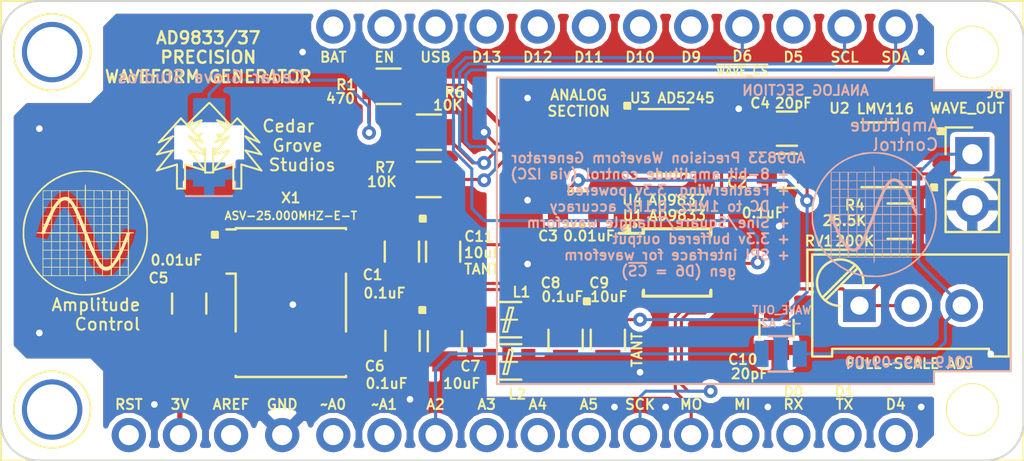
<source format=kicad_pcb>
(kicad_pcb (version 20171130) (host pcbnew "(5.0.0-rc2-dev-444-g2974a2c10)")
  (title_block (title ADSR_Waveform_Generator) (date 2019-09-09) (rev v00) (company "Cedar Grove Studios"))
  (layers (0 F.Cu signal) (31 B.Cu signal) (34 B.Paste user) (35 F.Paste user) (36 B.SilkS user) (37 F.SilkS user) (38 B.Mask user) (39 F.Mask user) (44 Edge.Cuts user))
  (net 0 "")
  (net 1 GND)
  (net 2 +3V3)
  (net 3 +3.3VA)
  (net 4 GNDA)
  (net 5 "Net-(C10-Pad1)")
  (net 6 "Net-(D1-Pad2)")
  (net 7 "Net-(J6-Pad1)")
  (net 8 /WAVE_OUT)
  (net 9 /SCLK)
  (net 10 /MOSI)
  (net 11 /~WAVE_CS)
  (net 12 /25MHZ_CLK)
  (net 13 /POT_SCL)
  (net 14 /POT_SDA)
  (net 15 "Net-(U2-Pad3)")
  (net 16 /COMP)
  (net 17 /VOUT)
  (net 18 /CAP)
  (module Housings_CSP:AD9837BCPZ-RL7 (layer F.Cu) (at 128.8288 108.2548)
    (fp_text reference U4 (at -2.2098 -3.0988) (layer F.SilkS) (effects (font (size 0.5 0.5) (thickness 0.1))))
    (fp_text value AD9837 (at 0 -3.0988) (layer F.SilkS) (effects (font (size 0.5 0.5) (thickness 0.1))))
    (pad 11 smd rect (at 0 0) (size 1.2 2.2) (layers F.Cu F.Paste F.Mask) (net 4 GNDA))
    (pad 10 smd rect (at 1.4454 -1.000001) (size 0.807999 0.2248) (layers F.Cu F.Paste F.Mask) (net 17 /VOUT))
    (pad 9 smd rect (at 1.4454 -0.499999) (size 0.807999 0.2248) (layers F.Cu F.Paste F.Mask) (net 4 GNDA))
    (pad 8 smd rect (at 1.4454 0) (size 0.807999 0.2248) (layers F.Cu F.Paste F.Mask) (net 11 /~WAVE_CS))
    (pad 7 smd rect (at 1.4454 0.499999) (size 0.807999 0.2248) (layers F.Cu F.Paste F.Mask) (net 9 /SCLK))
    (pad 6 smd rect (at 1.4454 1.000001) (size 0.807999 0.2248) (layers F.Cu F.Paste F.Mask) (net 10 /MOSI))
    (pad 5 smd rect (at -1.4454 1.000001) (size 0.807999 0.2248) (layers F.Cu F.Paste F.Mask) (net 12 /25MHZ_CLK))
    (pad 4 smd rect (at -1.4454 0.499999) (size 0.807999 0.2248) (layers F.Cu F.Paste F.Mask) (net 1 GND))
    (pad 3 smd rect (at -1.4454 0) (size 0.807999 0.2248) (layers F.Cu F.Paste F.Mask) (net 18 /CAP))
    (pad 2 smd rect (at -1.4454 -0.499999) (size 0.807999 0.2248) (layers F.Cu F.Paste F.Mask) (net 3 +3.3VA))
    (pad 1 smd rect (at -1.4454 -1.000001) (size 0.807999 0.2248) (layers F.Cu F.Paste F.Mask) (net 16 /COMP))
  )
  (module Housings_SSOP:MSOP-10_3x3mm_Pitch0.5mm (layer F.Cu) (at 128.85 108.2548)
    (fp_text reference U1 (at -2.2056 -2.3368) (layer F.SilkS) (effects (font (size 0.5 0.5) (thickness 0.1))))
    (fp_text value AD9833 (at 0.0042 -2.3368) (layer F.SilkS) (effects (font (size 0.5 0.5) (thickness 0.1))))
    (pad 1 smd rect (at -2.2 -1) (size 1.4 0.3) (layers F.Cu F.Paste F.Mask) (net 16 /COMP))
    (pad 2 smd rect (at -2.2 -0.5) (size 1.4 0.3) (layers F.Cu F.Paste F.Mask) (net 3 +3.3VA))
    (pad 3 smd rect (at -2.2 0) (size 1.4 0.3) (layers F.Cu F.Paste F.Mask) (net 18 /CAP))
    (pad 4 smd rect (at -2.2 0.5) (size 1.4 0.3) (layers F.Cu F.Paste F.Mask) (net 1 GND))
    (pad 5 smd rect (at -2.2 1) (size 1.4 0.3) (layers F.Cu F.Paste F.Mask) (net 12 /25MHZ_CLK))
    (pad 6 smd rect (at 2.2 1) (size 1.4 0.3) (layers F.Cu F.Paste F.Mask) (net 10 /MOSI))
    (pad 7 smd rect (at 2.2 0.5) (size 1.4 0.3) (layers F.Cu F.Paste F.Mask) (net 9 /SCLK))
    (pad 8 smd rect (at 2.2 0) (size 1.4 0.3) (layers F.Cu F.Paste F.Mask) (net 11 /~WAVE_CS))
    (pad 9 smd rect (at 2.2 -0.5) (size 1.4 0.3) (layers F.Cu F.Paste F.Mask) (net 4 GNDA))
    (pad 10 smd rect (at 2.2 -1) (size 1.4 0.3) (layers F.Cu F.Paste F.Mask) (net 17 /VOUT))
  )
  (module Capacitors_SMD:C_0805 (layer F.Cu) (at 104.6 110.3 270)
    (fp_text reference C5 (at -1.27 1.524) (layer F.SilkS) (effects (font (size 0.5 0.5) (thickness 0.1))))
    (fp_text value 0.01uF (at -2.159 0.635) (layer F.SilkS) (effects (font (size 0.5 0.5) (thickness 0.1))))
    (pad 2 smd rect (at 1 0 270) (size 1 1.25) (layers F.Cu F.Paste F.Mask) (net 1 GND))
    (pad 1 smd rect (at -1 0 270) (size 1 1.25) (layers F.Cu F.Paste F.Mask) (net 2 +3V3))
  )
  (module Inductors_SMD:L_0805 (layer F.Cu) (at 120.5 111.1 180)
    (fp_text reference L1 (at -0.6072 1.372 180) (layer F.SilkS) (effects (font (size 0.5 0.5) (thickness 0.1))))
    (fp_text value 0)
    (pad 1 smd rect (at -0.95 0 180) (size 0.7 1.3) (layers F.Cu F.Paste F.Mask) (net 3 +3.3VA))
    (pad 2 smd rect (at 0.95 0 180) (size 0.7 1.3) (layers F.Cu F.Paste F.Mask) (net 2 +3V3))
  )
  (module Inductors_SMD:L_0805 (layer F.Cu) (at 120.5 113.2 180)
    (fp_text reference L2 (at -0.404 -1.608 180) (layer F.SilkS) (effects (font (size 0.5 0.5) (thickness 0.1))))
    (fp_text value 0)
    (pad 2 smd rect (at 0.95 0 180) (size 0.7 1.3) (layers F.Cu F.Paste F.Mask) (net 1 GND))
    (pad 1 smd rect (at -0.95 0 180) (size 0.7 1.3) (layers F.Cu F.Paste F.Mask) (net 4 GNDA))
  )
  (module Adafruit:WAVE_GEN_LOGO (layer B.Cu) (at 138.63 105.87 180)
    (fp_text reference G*** hide)
    (fp_text value WAVE_GEN_LOGO hide)
  )
  (module Adafruit:Cedar_Grove_logo_lighted (layer F.Cu) (at 105.5916 102.4814)
    (fp_text reference D1)
    (fp_text value GRN)
    (pad 2 smd rect (at 0 -1.8) (size 1.6 1.2) (layers B.Cu B.Paste B.Mask) (net 6 "Net-(D1-Pad2)"))
    (pad 1 smd rect (at 0 1.4) (size 1.6 1.2) (layers B.Cu B.Paste B.Mask) (net 1 GND))
  )
  (module Pin_Headers:Pin_Header_Straight_1x02_Pitch2.54mm (layer F.Cu) (at 143.51 102.87)
    (fp_text reference J6 (at 1.143 -3.048) (layer F.SilkS) (effects (font (size 0.5 0.5) (thickness 0.1))))
    (fp_text value WAVE_OUT (at -0.254 -2.286) (layer F.SilkS) (effects (font (size 0.5 0.5) (thickness 0.1))))
    (pad 2 thru_hole oval (at 0 2.54) (size 1.7 1.7) (drill 1) (layers *.Cu *.Mask) (net 4 GNDA))
    (pad 1 thru_hole rect (at 0 0) (size 1.7 1.7) (drill 1) (layers *.Cu *.Mask) (net 7 "Net-(J6-Pad1)"))
  )
  (module Potentiometers:Potentiometer_Trimmer_Bourns_PV36W (layer F.Cu) (at 137.9 110.4)
    (fp_text reference RV1 (at -2.01 -3.212) (layer F.SilkS) (effects (font (size 0.5 0.5) (thickness 0.1))))
    (fp_text value 200K (at -0.232 -3.212) (layer F.SilkS) (effects (font (size 0.5 0.5) (thickness 0.1))))
    (pad 3 thru_hole circle (at 5.08 0 180) (size 1.62 1.62) (drill 0.9) (layers *.Cu *.Mask) (net 7 "Net-(J6-Pad1)"))
    (pad 2 thru_hole circle (at 2.54 0 180) (size 1.62 1.62) (drill 0.9) (layers *.Cu *.Mask) (net 5 "Net-(C10-Pad1)"))
    (pad 1 thru_hole rect (at 0 0 180) (size 1.62 1.62) (drill 0.9) (layers *.Cu *.Mask) (net 5 "Net-(C10-Pad1)"))
  )
  (module Oscillators:Oscillator_SMD_Abracon_ASV-4pin_7.0x5.1mm (layer F.Cu) (at 109.65 110.25 270)
    (fp_text reference X1 (at -5.207 0) (layer F.SilkS) (effects (font (size 0.5 0.5) (thickness 0.1))))
    (fp_text value ASV-25.000MHZ-E-T (at -4.318 0) (layer F.SilkS) (effects (font (size 0.4 0.4) (thickness 0.08))))
    (pad 4 smd rect (at -2.54 -2 270) (size 1.8 2) (layers F.Cu F.Paste F.Mask) (net 2 +3V3))
    (pad 3 smd rect (at 2.54 -2 270) (size 1.8 2) (layers F.Cu F.Paste F.Mask) (net 12 /25MHZ_CLK))
    (pad 2 smd rect (at 2.54 2 270) (size 1.8 2) (layers F.Cu F.Paste F.Mask) (net 1 GND))
    (pad 1 smd rect (at -2.54 2 270) (size 1.8 2) (layers F.Cu F.Paste F.Mask) (net 2 +3V3))
  )
  (module Adafruit:Adafruit_Feather_M4_Express_bare (layer F.Cu) (at 120.65 106.68)
    (fp_text reference M1)
    (fp_text value Feather_M4_Express)
    (fp_text user D1 (at 16.51 8.001) (layer F.SilkS) (effects (font (size 0.5 0.5) (thickness 0.1))))
    (fp_text user D0 (at 13.97 8.001) (layer F.SilkS) (effects (font (size 0.5 0.5) (thickness 0.1))))
    (fp_text user RST (at -19.05 8.636) (layer F.SilkS) (effects (font (size 0.5 0.5) (thickness 0.1))))
    (fp_text user 3V (at -16.51 8.636) (layer F.SilkS) (effects (font (size 0.5 0.5) (thickness 0.1))))
    (fp_text user AREF (at -13.97 8.636) (layer F.SilkS) (effects (font (size 0.5 0.5) (thickness 0.1))))
    (fp_text user GND (at -11.43 8.636) (layer F.SilkS) (effects (font (size 0.5 0.5) (thickness 0.1))))
    (fp_text user ~~A0 (at -8.89 8.636) (layer F.SilkS) (effects (font (size 0.5 0.5) (thickness 0.1))))
    (fp_text user ~~A1 (at -6.35 8.636) (layer F.SilkS) (effects (font (size 0.5 0.5) (thickness 0.1))))
    (fp_text user A2 (at -3.81 8.636) (layer F.SilkS) (effects (font (size 0.5 0.5) (thickness 0.1))))
    (fp_text user A4 (at 1.27 8.636) (layer F.SilkS) (effects (font (size 0.5 0.5) (thickness 0.1))))
    (fp_text user A5 (at 3.81 8.636) (layer F.SilkS) (effects (font (size 0.5 0.5) (thickness 0.1))))
    (fp_text user A3 (at -1.27 8.636) (layer F.SilkS) (effects (font (size 0.5 0.5) (thickness 0.1))))
    (fp_text user SCK (at 6.35 8.636) (layer F.SilkS) (effects (font (size 0.5 0.5) (thickness 0.1))))
    (fp_text user MI (at 11.43 8.636) (layer F.SilkS) (effects (font (size 0.5 0.5) (thickness 0.1))))
    (fp_text user MO (at 8.89 8.636) (layer F.SilkS) (effects (font (size 0.5 0.5) (thickness 0.1))))
    (fp_text user RX (at 13.97 8.636) (layer F.SilkS) (effects (font (size 0.5 0.5) (thickness 0.1))))
    (fp_text user D13 (at -1.27 -8.636) (layer F.SilkS) (effects (font (size 0.5 0.5) (thickness 0.1))))
    (fp_text user D11 (at 3.81 -8.636) (layer F.SilkS) (effects (font (size 0.5 0.5) (thickness 0.1))))
    (fp_text user D10 (at 6.35 -8.636) (layer F.SilkS) (effects (font (size 0.5 0.5) (thickness 0.1))))
    (fp_text user EN (at -6.35 -8.636) (layer F.SilkS) (effects (font (size 0.5 0.5) (thickness 0.1))))
    (fp_text user USB (at -3.81 -8.636) (layer F.SilkS) (effects (font (size 0.5 0.5) (thickness 0.1))))
    (fp_text user D12 (at 1.27 -8.636) (layer F.SilkS) (effects (font (size 0.5 0.5) (thickness 0.1))))
    (fp_text user BAT (at -8.89 -8.636) (layer F.SilkS) (effects (font (size 0.5 0.5) (thickness 0.1))))
    (fp_text user SDA (at 19.05 -8.636) (layer F.SilkS) (effects (font (size 0.5 0.5) (thickness 0.1))))
    (fp_text user SCL (at 16.51 -8.636) (layer F.SilkS) (effects (font (size 0.5 0.5) (thickness 0.1))))
    (fp_text user D6 (at 11.43 -8.6868) (layer F.SilkS) (effects (font (size 0.5 0.5) (thickness 0.1))))
    (fp_text user D9 (at 8.89 -8.636) (layer F.SilkS) (effects (font (size 0.5 0.5) (thickness 0.1))))
    (fp_text user D5 (at 13.97 -8.636) (layer F.SilkS) (effects (font (size 0.5 0.5) (thickness 0.1))))
    (fp_text user TX (at 16.51 8.636) (layer F.SilkS) (effects (font (size 0.5 0.5) (thickness 0.1))))
    (fp_text user D4 (at 19.05 8.636) (layer F.SilkS) (effects (font (size 0.5 0.5) (thickness 0.1))))
    (pad 1 thru_hole circle (at -19.05 10.16) (size 1.7 1.7) (drill 1) (layers *.Cu *.Mask))
    (pad 2 thru_hole circle (at -16.51 10.16) (size 1.7 1.7) (drill 1) (layers *.Cu *.Mask) (net 2 +3V3))
    (pad 3 thru_hole circle (at -13.97 10.16) (size 1.7 1.7) (drill 1) (layers *.Cu *.Mask))
    (pad 4 thru_hole circle (at -11.43 10.16) (size 1.7 1.7) (drill 1) (layers *.Cu *.Mask) (net 1 GND))
    (pad 5 thru_hole circle (at -8.89 10.16) (size 1.7 1.7) (drill 1) (layers *.Cu *.Mask))
    (pad 6 thru_hole circle (at -6.35 10.16) (size 1.7 1.7) (drill 1) (layers *.Cu *.Mask))
    (pad 7 thru_hole circle (at -3.81 10.16) (size 1.7 1.7) (drill 1) (layers *.Cu *.Mask) (net 8 /WAVE_OUT))
    (pad 8 thru_hole circle (at -1.27 10.16) (size 1.7 1.7) (drill 1) (layers *.Cu *.Mask))
    (pad 9 thru_hole circle (at 1.27 10.16) (size 1.7 1.7) (drill 1) (layers *.Cu *.Mask))
    (pad 10 thru_hole circle (at 3.81 10.16) (size 1.7 1.7) (drill 1) (layers *.Cu *.Mask))
    (pad 11 thru_hole circle (at 6.35 10.16) (size 1.7 1.7) (drill 1) (layers *.Cu *.Mask) (net 9 /SCLK))
    (pad 12 thru_hole circle (at 8.89 10.16) (size 1.7 1.7) (drill 1) (layers *.Cu *.Mask) (net 10 /MOSI))
    (pad 13 thru_hole circle (at 11.43 10.16) (size 1.7 1.7) (drill 1) (layers *.Cu *.Mask))
    (pad 14 thru_hole circle (at 13.97 10.16) (size 1.7 1.7) (drill 1) (layers *.Cu *.Mask))
    (pad 15 thru_hole circle (at 16.51 10.16) (size 1.7 1.7) (drill 1) (layers *.Cu *.Mask))
    (pad 16 thru_hole circle (at 19.05 10.16) (size 1.7 1.7) (drill 1) (layers *.Cu *.Mask))
    (pad 17 thru_hole circle (at -8.89 -10.16) (size 1.7 1.7) (drill 1) (layers *.Cu *.Mask))
    (pad 18 thru_hole circle (at -6.35 -10.16) (size 1.7 1.7) (drill 1) (layers *.Cu *.Mask))
    (pad 19 thru_hole circle (at -3.81 -10.16) (size 1.7 1.7) (drill 1) (layers *.Cu *.Mask))
    (pad 20 thru_hole circle (at -1.27 -10.16) (size 1.7 1.7) (drill 1) (layers *.Cu *.Mask))
    (pad 21 thru_hole circle (at 1.27 -10.16) (size 1.7 1.7) (drill 1) (layers *.Cu *.Mask))
    (pad 22 thru_hole circle (at 3.81 -10.16) (size 1.7 1.7) (drill 1) (layers *.Cu *.Mask))
    (pad 23 thru_hole circle (at 6.35 -10.16) (size 1.7 1.7) (drill 1) (layers *.Cu *.Mask))
    (pad 24 thru_hole circle (at 8.89 -10.16) (size 1.7 1.7) (drill 1) (layers *.Cu *.Mask))
    (pad 25 thru_hole circle (at 11.43 -10.16) (size 1.7 1.7) (drill 1) (layers *.Cu *.Mask) (net 11 /~WAVE_CS))
    (pad 26 thru_hole circle (at 13.97 -10.16) (size 1.7 1.7) (drill 1) (layers *.Cu *.Mask))
    (pad 27 thru_hole circle (at 16.51 -10.16) (size 1.7 1.7) (drill 1) (layers *.Cu *.Mask) (net 13 /POT_SCL))
    (pad 28 thru_hole circle (at 19.05 -10.16) (size 1.7 1.7) (drill 1) (layers *.Cu *.Mask) (net 14 /POT_SDA))
    (pad "" np_thru_hole circle (at 22.86 -8.89) (size 2.5 2.5) (drill 2.5) (layers *.Cu *.Mask))
    (pad "" np_thru_hole circle (at 22.86 8.89) (size 2.5 2.5) (drill 2.5) (layers *.Cu *.Mask))
    (pad "" thru_hole circle (at -22.86 8.89) (size 3 3) (drill 2.5) (layers *.Cu *.Mask))
    (pad "" thru_hole circle (at -22.86 -8.89) (size 3 3) (drill 2.5) (layers *.Cu *.Mask))
  )
  (module Capacitors_SMD:C_0805 (layer F.Cu) (at 115.167927 107.714025 270)
    (fp_text reference C1 (at 1.150375 1.452127 180) (layer F.SilkS) (effects (font (size 0.5 0.5) (thickness 0.1))))
    (fp_text value 0.1uF (at 2.064775 0.867927) (layer F.SilkS) (effects (font (size 0.5 0.5) (thickness 0.1))))
    (pad 1 smd rect (at -1 0 270) (size 1 1.25) (layers F.Cu F.Paste F.Mask) (net 18 /CAP))
    (pad 2 smd rect (at 1 0 270) (size 1 1.25) (layers F.Cu F.Paste F.Mask) (net 1 GND))
  )
  (module Capacitors_SMD:C_0805 (layer F.Cu) (at 134.3 103.7 180)
    (fp_text reference C2 (at 2.474 -0.567 180) (layer F.SilkS) (effects (font (size 0.5 0.5) (thickness 0.1))))
    (fp_text value 0.1uF (at 1.204 -2.091 180) (layer F.SilkS) (effects (font (size 0.5 0.5) (thickness 0.1))))
    (pad 2 smd rect (at 1 0 180) (size 1 1.25) (layers F.Cu F.Paste F.Mask) (net 4 GNDA))
    (pad 1 smd rect (at -1 0 180) (size 1 1.25) (layers F.Cu F.Paste F.Mask) (net 3 +3.3VA))
  )
  (module Capacitors_SMD:C_0805 (layer F.Cu) (at 123.9266 105.5624)
    (fp_text reference C3 (at -1.4986 1.3716 -180) (layer F.SilkS) (effects (font (size 0.5 0.5) (thickness 0.1))))
    (fp_text value 0.01uF (at 0.5334 1.3716 -180) (layer F.SilkS) (effects (font (size 0.5 0.5) (thickness 0.1))))
    (pad 1 smd rect (at -1 0) (size 1 1.25) (layers F.Cu F.Paste F.Mask) (net 3 +3.3VA))
    (pad 2 smd rect (at 1 0) (size 1 1.25) (layers F.Cu F.Paste F.Mask) (net 16 /COMP))
  )
  (module Capacitors_SMD:C_0805 (layer F.Cu) (at 134.3 101.6)
    (fp_text reference C4 (at -1.331 -1.27) (layer F.SilkS) (effects (font (size 0.5 0.5) (thickness 0.1))))
    (fp_text value 20pF (at 0.32 -1.27) (layer F.SilkS) (effects (font (size 0.5 0.5) (thickness 0.1))))
    (pad 1 smd rect (at -1 0) (size 1 1.25) (layers F.Cu F.Paste F.Mask) (net 17 /VOUT))
    (pad 2 smd rect (at 1 0) (size 1 1.25) (layers F.Cu F.Paste F.Mask) (net 4 GNDA))
  )
  (module Capacitors_SMD:C_0805 (layer F.Cu) (at 117.304804 112.174218 270)
    (fp_text reference C7 (at 1.236782 -1.262396) (layer F.SilkS) (effects (font (size 0.5 0.5) (thickness 0.1))))
    (fp_text value 10uF (at 2.100382 -0.830596) (layer F.SilkS) (effects (font (size 0.5 0.5) (thickness 0.1))))
    (pad 1 smd rect (at -1 0 270) (size 1 1.25) (layers F.Cu F.Paste F.Mask) (net 2 +3V3))
    (pad 2 smd rect (at 1 0 270) (size 1 1.25) (layers F.Cu F.Paste F.Mask) (net 1 GND))
  )
  (module Capacitors_SMD:C_0805 (layer F.Cu) (at 125.4 112.099 270)
    (fp_text reference C9 (at -2.8282 0.432) (layer F.SilkS) (effects (font (size 0.5 0.5) (thickness 0.1))))
    (fp_text value 10uF (at -2.1424 -0.0506) (layer F.SilkS) (effects (font (size 0.5 0.5) (thickness 0.1))))
    (pad 2 smd rect (at 1 0 270) (size 1 1.25) (layers F.Cu F.Paste F.Mask) (net 4 GNDA))
    (pad 1 smd rect (at -1 0 270) (size 1 1.25) (layers F.Cu F.Paste F.Mask) (net 3 +3.3VA))
  )
  (module Capacitors_SMD:C_0805 (layer F.Cu) (at 133.7818 111.6076 270)
    (fp_text reference C10 (at 1.4732 1.6764) (layer F.SilkS) (effects (font (size 0.5 0.5) (thickness 0.1))))
    (fp_text value 20pF (at 2.1844 1.3462) (layer F.SilkS) (effects (font (size 0.5 0.5) (thickness 0.1))))
    (pad 2 smd rect (at 1 0 270) (size 1 1.25) (layers F.Cu F.Paste F.Mask) (net 4 GNDA))
    (pad 1 smd rect (at -1 0 270) (size 1 1.25) (layers F.Cu F.Paste F.Mask) (net 5 "Net-(C10-Pad1)"))
  )
  (module Capacitors_SMD:C_0805 (layer F.Cu) (at 117.217127 107.718632 270)
    (fp_text reference C11 (at -0.759232 -1.781873) (layer F.SilkS) (effects (font (size 0.5 0.5) (thickness 0.1))))
    (fp_text value 10uF (at 0.053568 -1.959673) (layer F.SilkS) (effects (font (size 0.5 0.5) (thickness 0.1))))
    (pad 2 smd rect (at 1 0 270) (size 1 1.25) (layers F.Cu F.Paste F.Mask) (net 1 GND))
    (pad 1 smd rect (at -1 0 270) (size 1 1.25) (layers F.Cu F.Paste F.Mask) (net 18 /CAP))
  )
  (module Resistors_SMD:R_0805 (layer F.Cu) (at 114.5032 99.4918)
    (fp_text reference R1 (at -2.1082 -0.0762 -180) (layer F.SilkS) (effects (font (size 0.5 0.5) (thickness 0.1))))
    (fp_text value 470 (at -2.3876 0.6096 -180) (layer F.SilkS) (effects (font (size 0.5 0.5) (thickness 0.1))))
    (pad 1 smd rect (at -0.95 0) (size 0.7 1.3) (layers F.Cu F.Paste F.Mask) (net 6 "Net-(D1-Pad2)"))
    (pad 2 smd rect (at 0.95 0) (size 0.7 1.3) (layers F.Cu F.Paste F.Mask) (net 2 +3V3))
  )
  (module Resistors_SMD:R_0805 (layer F.Cu) (at 139.9 106.2 180)
    (fp_text reference R4 (at 2.232 0.79) (layer F.SilkS) (effects (font (size 0.5 0.5) (thickness 0.1))))
    (fp_text value 25.5K (at 2.74 0.028) (layer F.SilkS) (effects (font (size 0.5 0.5) (thickness 0.1))))
    (pad 2 smd rect (at 0.95 0 180) (size 0.7 1.3) (layers F.Cu F.Paste F.Mask) (net 5 "Net-(C10-Pad1)"))
    (pad 1 smd rect (at -0.95 0 180) (size 0.7 1.3) (layers F.Cu F.Paste F.Mask) (net 4 GNDA))
  )
  (module Resistors_SMD:R_0805 (layer B.Cu) (at 133.985 112.8014)
    (fp_text reference R5 hide)
    (fp_text value 0)
    (pad 2 smd rect (at 0.95 0) (size 0.7 1.3) (layers B.Cu B.Paste B.Mask) (net 7 "Net-(J6-Pad1)"))
    (pad 1 smd rect (at -0.95 0) (size 0.7 1.3) (layers B.Cu B.Paste B.Mask) (net 8 /WAVE_OUT))
  )
  (module Capacitors_SMD:C_0805 (layer F.Cu) (at 123.3 112.099 270)
    (fp_text reference C8 (at -2.8282 0.745) (layer F.SilkS) (effects (font (size 0.5 0.5) (thickness 0.1))))
    (fp_text value 0.1uF (at -2.1424 0.1608) (layer F.SilkS) (effects (font (size 0.5 0.5) (thickness 0.1))))
    (pad 2 smd rect (at 1 0 270) (size 1 1.25) (layers F.Cu F.Paste F.Mask) (net 4 GNDA))
    (pad 1 smd rect (at -1 0 270) (size 1 1.25) (layers F.Cu F.Paste F.Mask) (net 3 +3.3VA))
  )
  (module TO_SOT_Packages_SMD:SOT-23-5_HandSoldering (layer F.Cu) (at 138.9 102.9 180)
    (fp_text reference U2 (at 1.994 2.316 180) (layer F.SilkS) (effects (font (size 0.5 0.5) (thickness 0.1))))
    (fp_text value LMV116 (at -0.292 2.286 180) (layer F.SilkS) (effects (font (size 0.5 0.5) (thickness 0.1))))
    (pad 5 smd rect (at 1.35 -0.95 180) (size 1.56 0.65) (layers F.Cu F.Paste F.Mask) (net 3 +3.3VA))
    (pad 4 smd rect (at 1.35 0.95 180) (size 1.56 0.65) (layers F.Cu F.Paste F.Mask) (net 5 "Net-(C10-Pad1)"))
    (pad 3 smd rect (at -1.35 0.95 180) (size 1.56 0.65) (layers F.Cu F.Paste F.Mask) (net 15 "Net-(U2-Pad3)"))
    (pad 2 smd rect (at -1.35 0 180) (size 1.56 0.65) (layers F.Cu F.Paste F.Mask) (net 4 GNDA))
    (pad 1 smd rect (at -1.35 -0.95 180) (size 1.56 0.65) (layers F.Cu F.Paste F.Mask) (net 7 "Net-(J6-Pad1)"))
  )
  (module Adafruit:WAVE_GEN_LOGO (layer F.Cu) (at 99.441 106.7816)
    (fp_text reference G*** hide)
    (fp_text value WAVE_GEN_LOGO hide)
  )
  (module Resistors_SMD:R_0805 (layer F.Cu) (at 116.511207 101.7764 180)
    (fp_text reference R6 (at -1.268593 1.9798 180) (layer F.SilkS) (effects (font (size 0.5 0.5) (thickness 0.1))))
    (fp_text value 10K (at -0.938393 1.3448 180) (layer F.SilkS) (effects (font (size 0.5 0.5) (thickness 0.1))))
    (pad 1 smd rect (at -0.95 0 180) (size 0.7 1.3) (layers F.Cu F.Paste F.Mask) (net 13 /POT_SCL))
    (pad 2 smd rect (at 0.95 0 180) (size 0.7 1.3) (layers F.Cu F.Paste F.Mask) (net 2 +3V3))
  )
  (module Resistors_SMD:R_0805 (layer F.Cu) (at 116.4974 104.1264 180)
    (fp_text reference R7 (at 2.172 0.596 180) (layer F.SilkS) (effects (font (size 0.5 0.5) (thickness 0.1))))
    (fp_text value 10K (at 2.3244 -0.1152 180) (layer F.SilkS) (effects (font (size 0.5 0.5) (thickness 0.1))))
    (pad 2 smd rect (at 0.95 0 180) (size 0.7 1.3) (layers F.Cu F.Paste F.Mask) (net 2 +3V3))
    (pad 1 smd rect (at -0.95 0 180) (size 0.7 1.3) (layers F.Cu F.Paste F.Mask) (net 14 /POT_SDA))
  )
  (module TO_SOT_Packages_SMD:SOT-23-8 (layer F.Cu) (at 128.4986 102.235)
    (fp_text reference U3 (at -1.4986 -2.159 180) (layer F.SilkS) (effects (font (size 0.5 0.5) (thickness 0.1))))
    (fp_text value AD5245 (at 0.7874 -2.159) (layer F.SilkS) (effects (font (size 0.5 0.5) (thickness 0.1))))
    (pad 8 smd rect (at 1.1 -0.98) (size 1.06 0.4) (layers F.Cu F.Paste F.Mask) (net 17 /VOUT))
    (pad 7 smd rect (at 1.1 -0.33) (size 1.06 0.4) (layers F.Cu F.Paste F.Mask) (net 4 GNDA))
    (pad 6 smd rect (at 1.1 0.33) (size 1.06 0.4) (layers F.Cu F.Paste F.Mask) (net 1 GND))
    (pad 5 smd rect (at 1.1 0.98) (size 1.06 0.4) (layers F.Cu F.Paste F.Mask) (net 14 /POT_SDA))
    (pad 4 smd rect (at -1.1 0.98) (size 1.06 0.4) (layers F.Cu F.Paste F.Mask) (net 13 /POT_SCL))
    (pad 3 smd rect (at -1.1 0.33) (size 1.06 0.4) (layers F.Cu F.Paste F.Mask) (net 1 GND))
    (pad 2 smd rect (at -1.1 -0.33) (size 1.06 0.4) (layers F.Cu F.Paste F.Mask) (net 2 +3V3))
    (pad 1 smd rect (at -1.1 -0.98) (size 1.06 0.4) (layers F.Cu F.Paste F.Mask) (net 15 "Net-(U2-Pad3)"))
  )
  (module Capacitors_SMD:C_0805 (layer F.Cu) (at 115.2 112.15 270)
    (fp_text reference C6 (at 1.261 1.3826) (layer F.SilkS) (effects (font (size 0.5 0.5) (thickness 0.1))))
    (fp_text value 0.1uF (at 2.1246 0.7984) (layer F.SilkS) (effects (font (size 0.5 0.5) (thickness 0.1))))
    (pad 2 smd rect (at 1 0 270) (size 1 1.25) (layers F.Cu F.Paste F.Mask) (net 1 GND))
    (pad 1 smd rect (at -1 0 270) (size 1 1.25) (layers F.Cu F.Paste F.Mask) (net 2 +3V3))
  )
  (module Adafruit:WAVE_GEN_SINE_LOGO (layer F.Cu) (at 99.441 106.807)
    (fp_text reference G*** hide)
    (fp_text value SINE hide)
  )
  (gr_line (start 119.888 114.3) (end 123.19 114.3) (layer B.SilkS) (width 0.1))
  (gr_line (start 145.415 99.695) (end 145.288 99.695) (layer F.SilkS) (width 0.1))
  (gr_line (start 141.605 113.665) (end 141.605 114.3) (layer F.SilkS) (width 0.1))
  (gr_line (start 145.415 113.665) (end 141.605 113.665) (layer F.SilkS) (width 0.1))
  (gr_line (start 141.605 99.695) (end 144.145 99.695) (layer F.SilkS) (width 0.1))
  (gr_line (start 141.605 99.06) (end 141.605 99.695) (layer F.SilkS) (width 0.1))
  (gr_line (start 141.605 99.695) (end 141.605 99.06) (layer B.SilkS) (width 0.1))
  (gr_line (start 145.415 99.695) (end 141.605 99.695) (layer B.SilkS) (width 0.1))
  (gr_line (start 141.605 113.665) (end 145.415 113.665) (layer B.SilkS) (width 0.1))
  (gr_line (start 141.605 114.3) (end 141.605 113.665) (layer B.SilkS) (width 0.1))
  (gr_poly (pts (xy 124.2314 110.3122) (xy 124.2314 110.0622) (xy 124.4814 110.0622) (xy 124.4814 110.3122)) (layer F.SilkS) (width 0.15))
  (gr_text "Amplitude\nControl" (at 141.88 101.91) (layer B.SilkS) (effects (font (size 0.6 0.6) (thickness 0.1)) (justify left mirror)))
  (gr_line (start 120.7 112.6) (end 120.5 112.6) (layer F.SilkS) (width 0.1))
  (gr_line (start 120.4 113.8) (end 120.7 112.6) (layer F.SilkS) (width 0.1))
  (gr_line (start 120.2 113.8) (end 120.4 113.8) (layer F.SilkS) (width 0.1))
  (gr_line (start 120.9 113.2) (end 120.1 113.2) (layer F.SilkS) (width 0.1))
  (gr_line (start 120.5 112.6) (end 120.2 113.8) (layer F.SilkS) (width 0.1))
  (gr_line (start 120.9 111.1) (end 120.1 111.1) (layer F.SilkS) (width 0.1))
  (gr_line (start 120.7 110.5) (end 120.5 110.5) (layer F.SilkS) (width 0.1))
  (gr_line (start 120.4 111.7) (end 120.7 110.5) (layer F.SilkS) (width 0.1))
  (gr_line (start 120.2 111.7) (end 120.4 111.7) (layer F.SilkS) (width 0.1))
  (gr_line (start 120.5 110.5) (end 120.2 111.7) (layer F.SilkS) (width 0.1))
  (gr_text "Amplitude\nControl" (at 102.235 110.8456) (layer F.SilkS) (effects (font (size 0.6 0.6) (thickness 0.1)) (justify right)))
  (gr_text "WAVE_OUT\n-> A2" (at 134.0358 110.9472) (layer B.SilkS) (effects (font (size 0.4 0.4) (thickness 0.08)) (justify mirror)))
  (gr_poly (pts (xy 105.75 107) (xy 105.75 106.75) (xy 106 106.75) (xy 106 107)) (layer F.SilkS) (width 0.15))
  (gr_poly (pts (xy 126.238 100.584) (xy 126.238 100.334) (xy 126.488 100.334) (xy 126.488 100.584)) (layer F.SilkS) (width 0.15))
  (gr_poly (pts (xy 126.238 106.676) (xy 126.238 106.426) (xy 126.488 106.426) (xy 126.488 106.676)) (layer F.SilkS) (width 0.15))
  (gr_poly (pts (xy 141.482 104.644) (xy 141.482 104.394) (xy 141.732 104.394) (xy 141.732 104.644)) (layer F.SilkS) (width 0.15))
  (gr_poly (pts (xy 116.078 106.1974) (xy 116.078 105.9474) (xy 116.328 105.9474) (xy 116.328 106.1974)) (layer F.SilkS) (width 0.15))
  (gr_poly (pts (xy 116.0566 110.744) (xy 116.0566 110.494) (xy 116.3066 110.494) (xy 116.3066 110.744)) (layer F.SilkS) (width 0.15))
  (gr_poly (pts (xy 141.8 101.85) (xy 141.8 101.6) (xy 142.05 101.6) (xy 142.05 101.85)) (layer F.SilkS) (width 0.15))
  (gr_text TANT (at 119.126 108.585) (layer F.SilkS) (effects (font (size 0.5 0.5) (thickness 0.1))))
  (gr_text TANT (at 126.8476 112.5982 90) (layer F.SilkS) (effects (font (size 0.5 0.5) (thickness 0.1))))
  (gr_text "Cedar Grove Studios" (at 105.67 99.03) (layer B.SilkS) (effects (font (size 0.6 0.6) (thickness 0.1)) (justify mirror)))
  (gr_text "AD9833 Precision Waveform Generator\n  + 8-bit amplitude control (via I2C)\n  + FeatherWing, 3.3v powered\n  + DC to 1MHz, 0.1Hz accuracy\n  + Sine/Square/Triangle waveform\n  + 3.3v buffered output\n  + SPI interface for waveform\n         gen (D6 = ~CS~)" (at 135.27 105.87) (layer B.SilkS) (effects (font (size 0.5 0.5) (thickness 0.1)) (justify left mirror)))
  (gr_text 2019-09-09v00 (at 140.37 113.22) (layer B.SilkS) (effects (font (size 0.5 0.5) (thickness 0.1)) (justify mirror)))
  (gr_text "Cedar\n  Grove\n   Studios" (at 109.5248 102.4382) (layer F.SilkS) (effects (font (size 0.6 0.6) (thickness 0.1))))
  (gr_arc (start 97.155 97.155) (end 97.155 95.25) (angle -90) (layer Edge.Cuts) (width 0.1))
  (gr_arc (start 97.155 116.205) (end 95.25 116.205) (angle -90) (layer Edge.Cuts) (width 0.1))
  (gr_arc (start 144.145 116.205) (end 144.145 118.11) (angle -90) (layer Edge.Cuts) (width 0.1))
  (gr_arc (start 144.145 97.155) (end 146.05 97.155) (angle -90) (layer Edge.Cuts) (width 0.1))
  (gr_text "ANALOG SECTION" (at 138.43 99.695) (layer B.SilkS) (effects (font (size 0.5 0.5) (thickness 0.1)) (justify left mirror)))
  (gr_text "ANALOG\nSECTION" (at 123.952 100.33) (layer F.SilkS) (effects (font (size 0.5 0.5) (thickness 0.1))))
  (gr_line (start 119.888 99.06) (end 119.888 114.3) (layer B.SilkS) (width 0.1))
  (gr_line (start 141.605 99.06) (end 119.888 99.06) (layer B.SilkS) (width 0.1))
  (gr_line (start 145.415 113.665) (end 145.415 99.695) (layer B.SilkS) (width 0.1))
  (gr_line (start 123.19 114.3) (end 141.605 114.3) (layer B.SilkS) (width 0.1))
  (gr_line (start 141.605 99.06) (end 119.888 99.06) (layer F.SilkS) (width 0.1))
  (gr_line (start 145.415 113.665) (end 145.415 99.695) (layer F.SilkS) (width 0.1))
  (gr_line (start 119.888 114.3) (end 141.605 114.3) (layer F.SilkS) (width 0.1))
  (gr_line (start 119.888 99.05) (end 119.888 109.728) (layer F.SilkS) (width 0.1))
  (gr_text "FULL-SCALE ADJ" (at 137.16 113.284) (layer F.SilkS) (effects (font (size 0.5 0.5) (thickness 0.1)) (justify left)))
  (gr_text ~WAVE_CS (at 132.08 98.7298) (layer F.SilkS) (effects (font (size 0.4 0.4) (thickness 0.08))))
  (gr_text "AD9833/37\nPRECISION\nWAVEFORM GENERATOR" (at 105.55 98.05) (layer F.SilkS) (effects (font (size 0.6 0.6) (thickness 0.12))))
  (gr_line (start 95.25 116.205) (end 95.25 97.155) (layer Edge.Cuts) (width 0.1))
  (gr_line (start 144.145 118.11) (end 97.155 118.11) (layer Edge.Cuts) (width 0.1))
  (gr_line (start 146.05 97.155) (end 146.05 116.205) (layer Edge.Cuts) (width 0.1))
  (gr_line (start 97.155 95.25) (end 144.145 95.25) (layer Edge.Cuts) (width 0.1))
  (via (at 109.75 110.35) (size 0.6858) (drill 0.3302) (layers F.Cu B.Cu) (net 1))
  (via (at 119.253 101.7778) (size 0.6858) (drill 0.3302) (layers F.Cu B.Cu) (net 1))
  (via (at 97.155 101.6) (size 0.6858) (drill 0.3302) (layers F.Cu B.Cu) (net 1))
  (via (at 97.155 111.76) (size 0.6858) (drill 0.3302) (layers F.Cu B.Cu) (net 1))
  (via (at 102.87 115.316) (size 0.6858) (drill 0.3302) (layers F.Cu B.Cu) (net 1))
  (via (at 140.97 97.79) (size 0.6858) (drill 0.3302) (layers F.Cu B.Cu) (net 1))
  (via (at 128.27 115.443) (size 0.6858) (drill 0.3302) (layers F.Cu B.Cu) (net 1))
  (via (at 115.57 115.062) (size 0.6858) (drill 0.3302) (layers F.Cu B.Cu) (net 1))
  (via (at 110.236 97.79) (size 0.6858) (drill 0.3302) (layers F.Cu B.Cu) (net 1))
  (segment (start 117.994527 108.718632) (end 117.217127 108.718632) (width 0.1524) (layer F.Cu) (net 1))
  (segment (start 118.4656 109.189705) (end 117.994527 108.718632) (width 0.1524) (layer F.Cu) (net 1))
  (segment (start 118.4656 109.2962) (end 118.4656 109.189705) (width 0.1524) (layer F.Cu) (net 1))
  (via (at 125.73 115.443) (size 0.6858) (drill 0.3302) (layers F.Cu B.Cu) (net 1))
  (via (at 140.97 115.443) (size 0.6858) (drill 0.3302) (layers F.Cu B.Cu) (net 1))
  (segment (start 119.837409 102.362209) (end 119.253 101.7778) (width 0.1524) (layer F.Cu) (net 1))
  (segment (start 126.2888 102.36221) (end 119.837409 102.362209) (width 0.1524) (layer F.Cu) (net 1))
  (segment (start 127.3986 102.565) (end 126.49159 102.565) (width 0.1524) (layer F.Cu) (net 1))
  (segment (start 126.49159 102.565) (end 126.2888 102.36221) (width 0.1524) (layer F.Cu) (net 1))
  (segment (start 128.081 102.565) (end 129.5986 102.565) (width 0.1524) (layer F.Cu) (net 1))
  (segment (start 127.3986 102.565) (end 128.081 102.565) (width 0.1524) (layer F.Cu) (net 1))
  (via (at 133.35 115.443) (size 0.6858) (drill 0.3302) (layers F.Cu B.Cu) (net 1))
  (segment (start 117.330586 113.2) (end 117.304804 113.174218) (width 0.1524) (layer F.Cu) (net 1))
  (segment (start 119.55 113.2) (end 117.330586 113.2) (width 0.1524) (layer F.Cu) (net 1))
  (segment (start 125.2562 109.2962) (end 124.7648 109.2962) (width 0.1524) (layer F.Cu) (net 1))
  (segment (start 125.7976 108.7548) (end 125.2562 109.2962) (width 0.1524) (layer F.Cu) (net 1))
  (segment (start 126.65 108.7548) (end 125.7976 108.7548) (width 0.1524) (layer F.Cu) (net 1))
  (segment (start 124.7648 109.2962) (end 118.4656 109.2962) (width 0.1524) (layer F.Cu) (net 1))
  (segment (start 126.650001 108.754799) (end 126.65 108.7548) (width 0.1524) (layer F.Cu) (net 1))
  (segment (start 127.3834 108.754799) (end 126.650001 108.754799) (width 0.1524) (layer F.Cu) (net 1))
  (segment (start 111.65 107.71) (end 107.65 107.71) (width 0.254) (layer F.Cu) (net 2))
  (segment (start 104.6 108.45) (end 104.6 109.3) (width 0.254) (layer F.Cu) (net 2))
  (segment (start 105.34 107.71) (end 104.6 108.45) (width 0.254) (layer F.Cu) (net 2))
  (segment (start 104.14 116.84) (end 104.14 115.637919) (width 0.254) (layer F.Cu) (net 2))
  (segment (start 104.14 116.84) (end 104.14 113.59) (width 0.254) (layer F.Cu) (net 2))
  (segment (start 104.14 113.59) (end 103.1 112.55) (width 0.254) (layer F.Cu) (net 2))
  (segment (start 103.1 112.55) (end 103.1 108.5) (width 0.254) (layer F.Cu) (net 2))
  (segment (start 103.89 107.71) (end 105.5 107.71) (width 0.254) (layer F.Cu) (net 2))
  (segment (start 103.1 108.5) (end 103.89 107.71) (width 0.254) (layer F.Cu) (net 2))
  (segment (start 107.65 107.71) (end 105.5 107.71) (width 0.254) (layer F.Cu) (net 2))
  (segment (start 105.5 107.71) (end 105.34 107.71) (width 0.254) (layer F.Cu) (net 2))
  (segment (start 114.321 111.15) (end 115.2 111.15) (width 0.254) (layer F.Cu) (net 2))
  (segment (start 113.8 111.671) (end 114.321 111.15) (width 0.254) (layer F.Cu) (net 2))
  (segment (start 113.8 114.2) (end 113.8 111.671) (width 0.254) (layer F.Cu) (net 2))
  (segment (start 113.25 114.75) (end 113.8 114.2) (width 0.254) (layer F.Cu) (net 2))
  (segment (start 105.3 114.75) (end 113.25 114.75) (width 0.254) (layer F.Cu) (net 2))
  (segment (start 104.14 113.59) (end 105.3 114.75) (width 0.254) (layer F.Cu) (net 2))
  (segment (start 117.280586 111.15) (end 117.304804 111.174218) (width 0.254) (layer F.Cu) (net 2))
  (segment (start 115.2 111.15) (end 117.280586 111.15) (width 0.254) (layer F.Cu) (net 2))
  (segment (start 119.475782 111.174218) (end 119.55 111.1) (width 0.254) (layer F.Cu) (net 2))
  (segment (start 117.304804 111.174218) (end 119.475782 111.174218) (width 0.254) (layer F.Cu) (net 2))
  (segment (start 115.5474 101.790207) (end 115.561207 101.7764) (width 0.254) (layer F.Cu) (net 2))
  (segment (start 115.5474 104.1264) (end 115.5474 101.790207) (width 0.254) (layer F.Cu) (net 2))
  (segment (start 115.561207 101.7764) (end 115.561207 101.4764) (width 0.254) (layer F.Cu) (net 2))
  (segment (start 113.472 107.2032) (end 113.472 106.7816) (width 0.254) (layer F.Cu) (net 2))
  (segment (start 112.9652 107.71) (end 113.472 107.2032) (width 0.254) (layer F.Cu) (net 2))
  (segment (start 111.65 107.71) (end 112.9652 107.71) (width 0.254) (layer F.Cu) (net 2))
  (segment (start 113.472 106.9592) (end 113.472 106.7816) (width 0.254) (layer F.Cu) (net 2))
  (segment (start 113.472 106.7816) (end 113.472 105.0696) (width 0.254) (layer F.Cu) (net 2))
  (segment (start 114.4152 104.1264) (end 115.5474 104.1264) (width 0.254) (layer F.Cu) (net 2))
  (segment (start 113.472 105.0696) (end 114.4152 104.1264) (width 0.254) (layer F.Cu) (net 2))
  (segment (start 115.561207 99.599807) (end 115.4532 99.4918) (width 0.254) (layer F.Cu) (net 2))
  (segment (start 115.561207 101.7764) (end 115.561207 99.599807) (width 0.254) (layer F.Cu) (net 2))
  (segment (start 118.1862 99.4918) (end 115.4532 99.4918) (width 0.254) (layer F.Cu) (net 2))
  (segment (start 118.1862 99.515764) (end 118.1862 99.4918) (width 0.254) (layer F.Cu) (net 2))
  (segment (start 120.575436 101.905) (end 118.1862 99.515764) (width 0.254) (layer F.Cu) (net 2))
  (segment (start 127.3986 101.905) (end 120.575436 101.905) (width 0.254) (layer F.Cu) (net 2))
  (segment (start 124.6226 111.099) (end 123.3 111.099) (width 0.1524) (layer F.Cu) (net 3))
  (segment (start 125.4 111.099) (end 124.6226 111.099) (width 0.1524) (layer F.Cu) (net 3))
  (segment (start 121.451 111.099) (end 121.45 111.1) (width 0.1524) (layer F.Cu) (net 3))
  (segment (start 123.3 111.099) (end 121.451 111.099) (width 0.1524) (layer F.Cu) (net 3))
  (segment (start 137.4 103.7) (end 137.55 103.85) (width 0.1524) (layer F.Cu) (net 3))
  (segment (start 135.3 103.7) (end 137.4 103.7) (width 0.1524) (layer F.Cu) (net 3))
  (segment (start 125.4 111.099) (end 126.1774 111.099) (width 0.1524) (layer F.Cu) (net 3))
  (via (at 123.9266 104.1654) (size 0.6858) (drill 0.3302) (layers F.Cu B.Cu) (net 3))
  (segment (start 135.3 105.1814) (end 135.3 103.7) (width 0.1524) (layer F.Cu) (net 3))
  (via (at 135.3 105.1814) (size 0.6858) (drill 0.3302) (layers F.Cu B.Cu) (net 3))
  (segment (start 134.284 104.1654) (end 135.3 105.1814) (width 0.1524) (layer B.Cu) (net 3))
  (segment (start 123.9266 104.1654) (end 134.284 104.1654) (width 0.1524) (layer B.Cu) (net 3))
  (segment (start 123.583701 104.508299) (end 123.9266 104.1654) (width 0.1524) (layer F.Cu) (net 3))
  (segment (start 122.9266 105.1654) (end 123.583701 104.508299) (width 0.1524) (layer F.Cu) (net 3))
  (segment (start 122.9266 105.5624) (end 122.9266 105.1654) (width 0.1524) (layer F.Cu) (net 3))
  (segment (start 125.4 111.099) (end 126.9994 111.099) (width 0.1524) (layer F.Cu) (net 3))
  (segment (start 126.9994 111.099) (end 126.9994 111.099) (width 0.1524) (layer F.Cu) (net 3))
  (via (at 126.9994 111.099) (size 0.6858) (drill 0.3302) (layers F.Cu B.Cu) (net 3))
  (segment (start 127.484333 111.099) (end 127.484933 111.0996) (width 0.1524) (layer B.Cu) (net 3))
  (segment (start 126.9994 111.099) (end 127.484333 111.099) (width 0.1524) (layer B.Cu) (net 3))
  (segment (start 127.484933 111.0996) (end 133.9342 111.0996) (width 0.1524) (layer B.Cu) (net 3))
  (segment (start 135.3 109.7338) (end 135.3 105.1814) (width 0.1524) (layer B.Cu) (net 3))
  (segment (start 133.9342 111.0996) (end 135.3 109.7338) (width 0.1524) (layer B.Cu) (net 3))
  (segment (start 126.650001 107.754801) (end 126.65 107.7548) (width 0.1524) (layer F.Cu) (net 3))
  (segment (start 127.3834 107.754801) (end 126.650001 107.754801) (width 0.1524) (layer F.Cu) (net 3))
  (segment (start 122.9266 106.689) (end 122.9266 105.5624) (width 0.1524) (layer F.Cu) (net 3))
  (segment (start 123.302657 107.065057) (end 122.9266 106.689) (width 0.1524) (layer F.Cu) (net 3))
  (segment (start 124.621791 107.065057) (end 123.302657 107.065057) (width 0.1524) (layer F.Cu) (net 3))
  (segment (start 126.65 107.7548) (end 125.311534 107.7548) (width 0.1524) (layer F.Cu) (net 3))
  (segment (start 125.311534 107.7548) (end 124.621791 107.065057) (width 0.1524) (layer F.Cu) (net 3))
  (via (at 121.412 100.076) (size 0.6858) (drill 0.3302) (layers F.Cu B.Cu) (net 4))
  (via (at 121.412 105.156) (size 0.6858) (drill 0.3302) (layers F.Cu B.Cu) (net 4))
  (via (at 121.412 108.331) (size 0.6858) (drill 0.3302) (layers F.Cu B.Cu) (net 4))
  (via (at 131.9022 100.6094) (size 0.6858) (drill 0.3302) (layers F.Cu B.Cu) (net 4))
  (via (at 127 113.7158) (size 0.6858) (drill 0.3302) (layers F.Cu B.Cu) (net 4))
  (via (at 144.4244 112.8014) (size 0.6858) (drill 0.3302) (layers F.Cu B.Cu) (net 4))
  (segment (start 135.275 101.6) (end 135.3 101.6) (width 0.1524) (layer F.Cu) (net 4))
  (segment (start 133.3 103.7) (end 133.3 103.575) (width 0.1524) (layer F.Cu) (net 4))
  (via (at 133.9088 106.4514) (size 0.6858) (drill 0.3302) (layers F.Cu B.Cu) (net 4))
  (segment (start 123.199 113.2) (end 123.3 113.099) (width 0.1524) (layer F.Cu) (net 4))
  (segment (start 121.45 113.2) (end 123.199 113.2) (width 0.1524) (layer F.Cu) (net 4))
  (segment (start 131.049999 107.754801) (end 131.05 107.7548) (width 0.1524) (layer F.Cu) (net 4))
  (segment (start 130.2742 107.754801) (end 131.049999 107.754801) (width 0.1524) (layer F.Cu) (net 4))
  (segment (start 131.9024 107.7548) (end 131.05 107.7548) (width 0.1524) (layer F.Cu) (net 4))
  (segment (start 132.901 106.7562) (end 131.9024 107.7548) (width 0.1524) (layer F.Cu) (net 4))
  (segment (start 132.901 106.4514) (end 132.901 106.7562) (width 0.1524) (layer F.Cu) (net 4))
  (segment (start 133.9088 106.4514) (end 132.901 106.4514) (width 0.1524) (layer F.Cu) (net 4))
  (segment (start 138.4824 101.95) (end 137.55 101.95) (width 0.1524) (layer F.Cu) (net 5))
  (segment (start 138.8872 102.3548) (end 138.4824 101.95) (width 0.1524) (layer F.Cu) (net 5))
  (segment (start 138.8872 105.3348) (end 138.8872 102.3548) (width 0.1524) (layer F.Cu) (net 5))
  (segment (start 138.95 105.3976) (end 138.8872 105.3348) (width 0.1524) (layer F.Cu) (net 5))
  (segment (start 138.95 106.2) (end 138.95 105.3976) (width 0.1524) (layer F.Cu) (net 5))
  (segment (start 138.95 108.3608) (end 138.95 106.2) (width 0.1524) (layer F.Cu) (net 5))
  (segment (start 137.9 110.4) (end 140.44 110.4) (width 0.1524) (layer F.Cu) (net 5))
  (segment (start 137.9 110.4) (end 137.9 110.2834) (width 0.1524) (layer F.Cu) (net 5))
  (segment (start 138.95 109.2334) (end 138.95 106.2) (width 0.1524) (layer F.Cu) (net 5))
  (segment (start 137.9 110.2834) (end 138.95 109.2334) (width 0.1524) (layer F.Cu) (net 5))
  (segment (start 137.0662 109.5662) (end 137.9 110.4) (width 0.1524) (layer F.Cu) (net 5))
  (segment (start 134.1708 109.5662) (end 135.6106 109.5662) (width 0.1524) (layer F.Cu) (net 5))
  (segment (start 133.7818 109.9552) (end 134.1708 109.5662) (width 0.1524) (layer F.Cu) (net 5))
  (segment (start 133.7818 110.6076) (end 133.7818 109.9552) (width 0.1524) (layer F.Cu) (net 5))
  (segment (start 134.1374 109.5662) (end 135.6106 109.5662) (width 0.1524) (layer F.Cu) (net 5))
  (segment (start 135.6106 109.5662) (end 137.0662 109.5662) (width 0.1524) (layer F.Cu) (net 5))
  (via (at 113.538 101.8032) (size 0.6858) (drill 0.3302) (layers F.Cu B.Cu) (net 6))
  (segment (start 113.5532 101.788) (end 113.538 101.8032) (width 0.1524) (layer F.Cu) (net 6))
  (segment (start 113.5532 99.4918) (end 113.5532 101.788) (width 0.1524) (layer F.Cu) (net 6))
  (segment (start 113.538 101.318267) (end 113.5126 101.292867) (width 0.1524) (layer B.Cu) (net 6))
  (segment (start 113.538 101.8032) (end 113.538 101.318267) (width 0.1524) (layer B.Cu) (net 6))
  (segment (start 113.5126 101.292867) (end 113.5126 100.5078) (width 0.1524) (layer B.Cu) (net 6))
  (segment (start 113.5126 100.5078) (end 112.1918 99.187) (width 0.1524) (layer B.Cu) (net 6))
  (segment (start 112.1918 99.187) (end 106.2736 99.187) (width 0.1524) (layer B.Cu) (net 6))
  (segment (start 105.5916 99.869) (end 105.5916 100.6814) (width 0.1524) (layer B.Cu) (net 6))
  (segment (start 106.2736 99.187) (end 105.5916 99.869) (width 0.1524) (layer B.Cu) (net 6))
  (segment (start 142.98 110.4) (end 140.843 108.263) (width 0.1524) (layer B.Cu) (net 7))
  (segment (start 140.843 108.263) (end 140.843 103.8098) (width 0.1524) (layer B.Cu) (net 7))
  (segment (start 141.7828 102.87) (end 143.51 102.87) (width 0.1524) (layer B.Cu) (net 7))
  (segment (start 140.843 103.8098) (end 141.7828 102.87) (width 0.1524) (layer B.Cu) (net 7))
  (segment (start 142.170001 111.209999) (end 142.170001 112.210999) (width 0.1524) (layer B.Cu) (net 7))
  (segment (start 142.98 110.4) (end 142.170001 111.209999) (width 0.1524) (layer B.Cu) (net 7))
  (segment (start 140.25 103.85) (end 142.5046 103.85) (width 0.1524) (layer F.Cu) (net 7))
  (segment (start 142.5046 103.85) (end 142.5152 103.8606) (width 0.1524) (layer F.Cu) (net 7))
  (segment (start 142.5194 103.8606) (end 143.51 102.87) (width 0.1524) (layer F.Cu) (net 7))
  (segment (start 142.5152 103.8606) (end 142.5194 103.8606) (width 0.1524) (layer F.Cu) (net 7))
  (segment (start 136.555 112.7252) (end 141.6558 112.7252) (width 0.1524) (layer B.Cu) (net 7))
  (segment (start 142.170001 112.210999) (end 141.6558 112.7252) (width 0.1524) (layer B.Cu) (net 7))
  (segment (start 136.4788 112.8014) (end 136.555 112.7252) (width 0.1524) (layer B.Cu) (net 7))
  (segment (start 136.4788 112.8014) (end 134.935 112.8014) (width 0.1524) (layer B.Cu) (net 7))
  (segment (start 116.84 116.84) (end 116.84 115.637919) (width 0.1524) (layer B.Cu) (net 8))
  (segment (start 116.84 116.84) (end 116.84 113.538) (width 0.1524) (layer B.Cu) (net 8))
  (segment (start 117.5766 112.8014) (end 121.412 112.8014) (width 0.1524) (layer B.Cu) (net 8))
  (segment (start 116.84 113.538) (end 117.5766 112.8014) (width 0.1524) (layer B.Cu) (net 8))
  (segment (start 133.035 112.8014) (end 121.412 112.8014) (width 0.1524) (layer B.Cu) (net 8))
  (segment (start 121.412 112.8014) (end 121.3104 112.8014) (width 0.1524) (layer B.Cu) (net 8))
  (via (at 130.5052 114.6556) (size 0.6858) (drill 0.3302) (layers F.Cu B.Cu) (net 9))
  (segment (start 127 116.84) (end 127 114.935) (width 0.1524) (layer B.Cu) (net 9))
  (segment (start 127.2794 114.6556) (end 130.5052 114.6556) (width 0.1524) (layer B.Cu) (net 9))
  (segment (start 127 114.935) (end 127.2794 114.6556) (width 0.1524) (layer B.Cu) (net 9))
  (segment (start 131.049999 108.754799) (end 131.05 108.7548) (width 0.1524) (layer F.Cu) (net 9))
  (segment (start 130.2742 108.754799) (end 131.049999 108.754799) (width 0.1524) (layer F.Cu) (net 9))
  (segment (start 132.0212 108.7548) (end 131.05 108.7548) (width 0.1524) (layer F.Cu) (net 9))
  (segment (start 132.2324 108.966) (end 132.0212 108.7548) (width 0.1524) (layer F.Cu) (net 9))
  (segment (start 132.2324 109.5756) (end 132.2324 108.966) (width 0.1524) (layer F.Cu) (net 9))
  (segment (start 131.008966 109.982) (end 131.826 109.982) (width 0.1524) (layer F.Cu) (net 9))
  (segment (start 129.3876 114.6556) (end 129.05741 114.32541) (width 0.1524) (layer F.Cu) (net 9))
  (segment (start 130.5052 114.6556) (end 129.3876 114.6556) (width 0.1524) (layer F.Cu) (net 9))
  (segment (start 129.05741 114.32541) (end 129.05741 111.098856) (width 0.1524) (layer F.Cu) (net 9))
  (segment (start 129.05741 111.098856) (end 129.386856 110.76941) (width 0.1524) (layer F.Cu) (net 9))
  (segment (start 131.826 109.982) (end 132.2324 109.5756) (width 0.1524) (layer F.Cu) (net 9))
  (segment (start 129.386856 110.76941) (end 130.221556 110.76941) (width 0.1524) (layer F.Cu) (net 9))
  (segment (start 130.221556 110.76941) (end 131.008966 109.982) (width 0.1524) (layer F.Cu) (net 9))
  (segment (start 130.0953 110.4646) (end 129.2606 110.4646) (width 0.1524) (layer F.Cu) (net 10))
  (segment (start 129.2606 110.4646) (end 128.7526 110.9726) (width 0.1524) (layer F.Cu) (net 10))
  (segment (start 128.7526 110.9726) (end 128.7526 114.681) (width 0.1524) (layer F.Cu) (net 10))
  (segment (start 129.54 115.4684) (end 129.54 116.84) (width 0.1524) (layer F.Cu) (net 10))
  (segment (start 128.7526 114.681) (end 129.54 115.4684) (width 0.1524) (layer F.Cu) (net 10))
  (segment (start 131.049999 109.254801) (end 131.05 109.2548) (width 0.1524) (layer F.Cu) (net 10))
  (segment (start 130.2742 109.254801) (end 131.049999 109.254801) (width 0.1524) (layer F.Cu) (net 10))
  (segment (start 130.0953 110.4646) (end 130.882709 109.677191) (width 0.1524) (layer F.Cu) (net 10))
  (segment (start 131.05 109.5572) (end 131.05 109.2548) (width 0.1524) (layer F.Cu) (net 10))
  (segment (start 130.930009 109.677191) (end 131.05 109.5572) (width 0.1524) (layer F.Cu) (net 10))
  (segment (start 130.882709 109.677191) (end 130.930009 109.677191) (width 0.1524) (layer F.Cu) (net 10))
  (segment (start 132.842 108.2548) (end 132.842 108.2548) (width 0.1524) (layer B.Cu) (net 11))
  (via (at 132.842 108.2548) (size 0.6858) (drill 0.3302) (layers F.Cu B.Cu) (net 11))
  (segment (start 132.7968 108.3) (end 132.842 108.2548) (width 0.1524) (layer F.Cu) (net 11))
  (segment (start 131.05 108.3) (end 132.7968 108.3) (width 0.1524) (layer F.Cu) (net 11))
  (segment (start 132.842 106.9848) (end 132.842 108.2548) (width 0.1524) (layer B.Cu) (net 11))
  (segment (start 118.6434 105.5624) (end 119.253 106.172) (width 0.1524) (layer B.Cu) (net 11))
  (segment (start 118.6434 104.60038) (end 118.6434 105.5624) (width 0.1524) (layer B.Cu) (net 11))
  (segment (start 118.64181 104.59879) (end 118.6434 104.60038) (width 0.1524) (layer B.Cu) (net 11))
  (segment (start 118.64181 103.606609) (end 118.64181 104.59879) (width 0.1524) (layer B.Cu) (net 11))
  (segment (start 132.08 96.52) (end 132.08 97.722081) (width 0.1524) (layer B.Cu) (net 11))
  (segment (start 119.253 106.172) (end 132.0292 106.172) (width 0.1524) (layer B.Cu) (net 11))
  (segment (start 132.08 97.722081) (end 131.732701 98.06938) (width 0.1524) (layer B.Cu) (net 11))
  (segment (start 131.732701 98.06938) (end 118.338619 98.069381) (width 0.1524) (layer B.Cu) (net 11))
  (segment (start 132.0292 106.172) (end 132.842 106.9848) (width 0.1524) (layer B.Cu) (net 11))
  (segment (start 117.729 98.679) (end 117.729001 102.6938) (width 0.1524) (layer B.Cu) (net 11))
  (segment (start 118.338619 98.069381) (end 117.729 98.679) (width 0.1524) (layer B.Cu) (net 11))
  (segment (start 117.729001 102.6938) (end 118.64181 103.606609) (width 0.1524) (layer B.Cu) (net 11))
  (segment (start 130.2742 108.2548) (end 131.05 108.2548) (width 0.1524) (layer F.Cu) (net 11))
  (segment (start 111.65 112.79) (end 111.65 111.7376) (width 0.1524) (layer F.Cu) (net 12))
  (segment (start 111.65 111.7376) (end 113.3548 110.0328) (width 0.1524) (layer F.Cu) (net 12))
  (segment (start 118.631022 109.9766) (end 113.411 109.9766) (width 0.1524) (layer F.Cu) (net 12))
  (segment (start 119.006612 109.60101) (end 118.631022 109.9766) (width 0.1524) (layer F.Cu) (net 12))
  (segment (start 119.2784 109.60101) (end 119.006612 109.60101) (width 0.1524) (layer F.Cu) (net 12))
  (segment (start 113.3548 110.0328) (end 113.411 109.9766) (width 0.1524) (layer F.Cu) (net 12))
  (segment (start 117.1448 110.0328) (end 113.3548 110.0328) (width 0.1524) (layer F.Cu) (net 12))
  (segment (start 126.650001 109.254801) (end 126.65 109.2548) (width 0.1524) (layer F.Cu) (net 12))
  (segment (start 127.3834 109.254801) (end 126.650001 109.254801) (width 0.1524) (layer F.Cu) (net 12))
  (segment (start 125.382456 109.60101) (end 124.9172 109.60101) (width 0.1524) (layer F.Cu) (net 12))
  (segment (start 125.728666 109.2548) (end 125.382456 109.60101) (width 0.1524) (layer F.Cu) (net 12))
  (segment (start 126.65 109.2548) (end 125.728666 109.2548) (width 0.1524) (layer F.Cu) (net 12))
  (segment (start 124.9172 109.60101) (end 119.2784 109.60101) (width 0.1524) (layer F.Cu) (net 12))
  (segment (start 137.16 97.8408) (end 137.16 96.52) (width 0.1524) (layer B.Cu) (net 13))
  (segment (start 136.8806 98.1202) (end 137.16 97.8408) (width 0.1524) (layer B.Cu) (net 13))
  (via (at 119.253 103.3018) (size 0.6858) (drill 0.3302) (layers F.Cu B.Cu) (net 13))
  (segment (start 136.62661 98.37419) (end 137.16 97.8408) (width 0.1524) (layer B.Cu) (net 13))
  (segment (start 117.461207 102.0764) (end 117.461207 101.7764) (width 0.1524) (layer F.Cu) (net 13))
  (segment (start 119.253 103.3018) (end 118.686607 103.3018) (width 0.1524) (layer F.Cu) (net 13))
  (segment (start 118.686607 103.3018) (end 117.461207 102.0764) (width 0.1524) (layer F.Cu) (net 13))
  (segment (start 126.710524 103.215) (end 127.3986 103.215) (width 0.1524) (layer F.Cu) (net 13))
  (segment (start 126.162543 102.667019) (end 126.710524 103.215) (width 0.1524) (layer F.Cu) (net 13))
  (segment (start 119.887781 102.667019) (end 126.162543 102.667019) (width 0.1524) (layer F.Cu) (net 13))
  (segment (start 119.253 103.3018) (end 119.887781 102.667019) (width 0.1524) (layer F.Cu) (net 13))
  (segment (start 121.285744 98.37419) (end 122.1994 98.37419) (width 0.1524) (layer B.Cu) (net 13))
  (segment (start 122.1994 98.37419) (end 136.62661 98.37419) (width 0.1524) (layer B.Cu) (net 13))
  (segment (start 118.464876 98.37419) (end 122.1994 98.37419) (width 0.1524) (layer B.Cu) (net 13))
  (segment (start 118.03381 98.805256) (end 118.464876 98.37419) (width 0.1524) (layer B.Cu) (net 13))
  (segment (start 118.03381 102.567543) (end 118.03381 98.805256) (width 0.1524) (layer B.Cu) (net 13))
  (segment (start 118.768067 103.3018) (end 118.03381 102.567543) (width 0.1524) (layer B.Cu) (net 13))
  (segment (start 119.253 103.3018) (end 118.768067 103.3018) (width 0.1524) (layer B.Cu) (net 13))
  (via (at 119.253 104.1654) (size 0.6858) (drill 0.3302) (layers F.Cu B.Cu) (net 14))
  (segment (start 129.5986 103.5674) (end 129.5986 103.215) (width 0.1524) (layer F.Cu) (net 14))
  (segment (start 121.655615 102.971829) (end 125.679429 102.971829) (width 0.1524) (layer F.Cu) (net 14))
  (segment (start 125.679429 102.971829) (end 126.8222 104.1146) (width 0.1524) (layer F.Cu) (net 14))
  (segment (start 126.8222 104.1146) (end 129.0514 104.1146) (width 0.1524) (layer F.Cu) (net 14))
  (segment (start 129.0514 104.1146) (end 129.5986 103.5674) (width 0.1524) (layer F.Cu) (net 14))
  (segment (start 119.214 104.1264) (end 119.253 104.1654) (width 0.1524) (layer F.Cu) (net 14))
  (segment (start 117.4474 104.1264) (end 119.214 104.1264) (width 0.1524) (layer F.Cu) (net 14))
  (segment (start 120.446571 102.971829) (end 121.158 102.971829) (width 0.1524) (layer F.Cu) (net 14))
  (segment (start 119.253 104.1654) (end 120.446571 102.971829) (width 0.1524) (layer F.Cu) (net 14))
  (segment (start 121.655615 102.971829) (end 121.158 102.971829) (width 0.1524) (layer F.Cu) (net 14))
  (segment (start 121.158 102.971829) (end 120.904 102.971829) (width 0.1524) (layer F.Cu) (net 14))
  (segment (start 139.7 98.298) (end 139.7 96.52) (width 0.1524) (layer B.Cu) (net 14))
  (segment (start 139.319 98.679) (end 139.7 98.298) (width 0.1524) (layer B.Cu) (net 14))
  (segment (start 118.591132 98.679) (end 139.319 98.679) (width 0.1524) (layer B.Cu) (net 14))
  (segment (start 118.33862 98.931512) (end 118.591132 98.679) (width 0.1524) (layer B.Cu) (net 14))
  (segment (start 119.824501 103.593899) (end 119.824501 102.908101) (width 0.1524) (layer B.Cu) (net 14))
  (segment (start 119.824501 102.908101) (end 119.4054 102.489) (width 0.1524) (layer B.Cu) (net 14))
  (segment (start 119.4054 102.489) (end 118.5672 102.489) (width 0.1524) (layer B.Cu) (net 14))
  (segment (start 118.5672 102.489) (end 118.33862 102.26042) (width 0.1524) (layer B.Cu) (net 14))
  (segment (start 119.253 104.1654) (end 119.824501 103.593899) (width 0.1524) (layer B.Cu) (net 14))
  (segment (start 118.33862 102.26042) (end 118.33862 98.931512) (width 0.1524) (layer B.Cu) (net 14))
  (segment (start 127.3986 101.255) (end 127.3986 100.0838) (width 0.1524) (layer F.Cu) (net 15))
  (segment (start 127.3986 100.0838) (end 127.8382 99.6442) (width 0.1524) (layer F.Cu) (net 15))
  (segment (start 127.8382 99.6442) (end 139.9032 99.6442) (width 0.1524) (layer F.Cu) (net 15))
  (segment (start 140.25 99.991) (end 140.25 101.95) (width 0.1524) (layer F.Cu) (net 15))
  (segment (start 139.9032 99.6442) (end 140.25 99.991) (width 0.1524) (layer F.Cu) (net 15))
  (segment (start 127.383399 107.2548) (end 127.3834 107.254799) (width 0.1524) (layer F.Cu) (net 16))
  (segment (start 126.65 107.2548) (end 127.383399 107.2548) (width 0.1524) (layer F.Cu) (net 16))
  (segment (start 125.3236 107.2548) (end 124.9266 106.8578) (width 0.1524) (layer F.Cu) (net 16))
  (segment (start 126.65 107.2548) (end 125.3236 107.2548) (width 0.1524) (layer F.Cu) (net 16))
  (segment (start 124.9266 106.8578) (end 124.9266 105.5624) (width 0.1524) (layer F.Cu) (net 16))
  (segment (start 131.3434 101.6) (end 133.3 101.6) (width 0.1524) (layer F.Cu) (net 17))
  (segment (start 131.05 101.8934) (end 131.3434 101.6) (width 0.1524) (layer F.Cu) (net 17))
  (segment (start 131.05 107.3) (end 131.05 101.8934) (width 0.1524) (layer F.Cu) (net 17))
  (segment (start 133.3 101.6) (end 131.3942 101.6) (width 0.1524) (layer F.Cu) (net 17))
  (segment (start 131.3942 101.6) (end 131.0386 101.2444) (width 0.1524) (layer F.Cu) (net 17))
  (segment (start 131.028 101.255) (end 130.005 101.255) (width 0.1524) (layer F.Cu) (net 17))
  (segment (start 131.0386 101.2444) (end 131.028 101.255) (width 0.1524) (layer F.Cu) (net 17))
  (segment (start 130.274201 107.2548) (end 130.2742 107.254799) (width 0.1524) (layer F.Cu) (net 17))
  (segment (start 131.05 107.2548) (end 130.274201 107.2548) (width 0.1524) (layer F.Cu) (net 17))
  (segment (start 117.21252 106.714025) (end 117.217127 106.718632) (width 0.1524) (layer F.Cu) (net 18))
  (segment (start 115.167927 106.714025) (end 117.21252 106.714025) (width 0.1524) (layer F.Cu) (net 18))
  (segment (start 117.217127 106.718632) (end 117.994527 106.718632) (width 0.1524) (layer F.Cu) (net 18))
  (segment (start 118.707432 106.718632) (end 117.217127 106.718632) (width 0.1524) (layer F.Cu) (net 18))
  (segment (start 119.358667 107.369867) (end 118.707432 106.718632) (width 0.1524) (layer F.Cu) (net 18))
  (segment (start 124.495535 107.369867) (end 119.358667 107.369867) (width 0.1524) (layer F.Cu) (net 18))
  (segment (start 125.380468 108.2548) (end 124.495535 107.369867) (width 0.1524) (layer F.Cu) (net 18))
  (segment (start 126.65 108.2548) (end 125.380468 108.2548) (width 0.1524) (layer F.Cu) (net 18))
  (segment (start 127.3834 108.2548) (end 126.65 108.2548) (width 0.1524) (layer F.Cu) (net 18))
  (zone (net 0) (net_name "") (layer F.Cu) (connect_pads (clearance 0.254)) (min_thickness 0.254)
    (keepout (tracks allowed) (vias allowed) (copperpour not_allowed))
    (fill (arc_segments 16) (thermal_gap 0.508) (thermal_bridge_width 0.508))
    (polygon (pts (xy 104.3516 104.5314) (xy 104.0266 104.5314) (xy 104.0516 103.3814) (xy 104.0016 103.3314) (xy 103.1266 103.5814) (xy 103.8266 102.7064) (xy 103.8016 102.6314) (xy 103.1266 102.8064) (xy 103.8516 101.9814) (xy 103.8016 101.9314) (xy 103.3016 102.1314) (xy 104.2016 101.1564) (xy 105.0766 102.1314) (xy 104.5766 101.9064) (xy 104.5266 101.9814) (xy 105.2516 102.8064) (xy 104.5766 102.6064) (xy 104.5266 102.6564) (xy 105.2516 103.5814) (xy 104.3766 103.3314) (xy 104.3516 103.3564)))
  )
  (zone (net 0) (net_name "") (layer F.Cu) (connect_pads (clearance 0.254)) (min_thickness 0.254)
    (keepout (tracks allowed) (vias allowed) (copperpour not_allowed))
    (fill (arc_segments 16) (thermal_gap 0.508) (thermal_bridge_width 0.508))
    (polygon (pts (xy 105.7516 103.7314) (xy 105.4516 103.7314) (xy 105.4516 102.5564) (xy 105.3766 102.5314) (xy 105.2266 102.6064) (xy 104.9266 102.2814) (xy 104.9766 102.2064) (xy 105.2766 102.3314) (xy 105.3516 102.2814) (xy 105.1266 102.0314) (xy 105.2766 101.8314) (xy 105.2266 101.7814) (xy 105.0016 101.8814) (xy 104.8266 101.6814) (xy 105.2766 101.2064) (xy 105.2016 101.1064) (xy 104.6016 101.3814) (xy 105.6016 100.3814) (xy 106.5016 101.3314) (xy 105.9516 101.1064) (xy 105.9266 101.1814) (xy 106.3766 101.6564) (xy 106.2016 101.8814) (xy 106.0016 101.8314) (xy 105.9266 101.8564) (xy 105.9266 101.9064) (xy 106.0266 102.0314) (xy 105.8266 102.2564) (xy 105.8516 102.3314) (xy 105.9016 102.3314) (xy 106.1766 102.2064) (xy 106.2516 102.2814) (xy 105.9766 102.6064) (xy 105.8016 102.5314) (xy 105.7516 102.5314) (xy 105.7516 102.5814)))
  )
  (zone (net 0) (net_name "") (layer F.Cu) (connect_pads (clearance 0.254)) (min_thickness 0.254)
    (keepout (tracks allowed) (vias allowed) (copperpour not_allowed))
    (fill (arc_segments 16) (thermal_gap 0.508) (thermal_bridge_width 0.508))
    (polygon (pts (xy 105.9266 103.5814) (xy 106.6516 102.7064) (xy 106.6266 102.6564) (xy 106.6016 102.6314) (xy 105.9016 102.8064) (xy 106.6516 101.9814) (xy 106.6266 101.9314) (xy 106.5766 101.9314) (xy 106.0766 102.1564) (xy 107.0016 101.1314) (xy 107.9016 102.1564) (xy 107.4016 101.9314) (xy 107.3516 101.9314) (xy 107.3516 102.0064) (xy 108.0266 102.7814) (xy 107.4016 102.6314) (xy 107.3516 102.6564) (xy 107.3266 102.7064) (xy 108.0516 103.5814) (xy 107.2016 103.3314) (xy 107.1516 103.3314) (xy 107.1266 103.3814) (xy 107.1266 104.5314) (xy 106.8516 104.5314) (xy 106.8516 103.3814) (xy 106.8266 103.3314) (xy 106.7766 103.3314)))
  )
  (zone (net 0) (net_name "") (layers F&B.Cu) (connect_pads (clearance 0.254)) (min_thickness 0.254)
    (keepout (tracks allowed) (vias allowed) (copperpour not_allowed))
    (fill (arc_segments 16) (thermal_gap 0.508) (thermal_bridge_width 0.508))
    (polygon (pts (xy 105.6016 103.1314) (xy 103.8516 103.1314) (xy 103.8516 101.5314) (xy 103.9516 101.4314) (xy 107.2516 101.4314) (xy 107.3266 101.5064) (xy 107.3266 103.1314)))
  )
  (zone (net 4) (net_name GNDA) (layer F.Cu) (connect_pads (clearance 0.254)) (min_thickness 0.254) (fill yes (arc_segments 16) (thermal_gap 0.508) (thermal_bridge_width 0.508))
    (polygon (pts (xy 120.015 99.06) (xy 141.605 99.06) (xy 141.605 99.695) (xy 145.415 99.695) (xy 145.415 113.665) (xy 141.605 113.665) (xy 141.605 114.3) (xy 120.015 114.3)))
  )
  (zone (net 4) (net_name GNDA) (layer B.Cu) (connect_pads (clearance 0.254)) (min_thickness 0.254) (fill yes (arc_segments 16) (thermal_gap 0.508) (thermal_bridge_width 0.508))
    (polygon (pts (xy 120.015 99.06) (xy 141.605 99.06) (xy 141.605 99.695) (xy 145.415 99.695) (xy 145.415 113.665) (xy 141.605 113.665) (xy 141.605 114.3) (xy 120.015 114.3)))
  )
  (zone (net 1) (net_name GND) (layer F.Cu) (connect_pads (clearance 0.254)) (min_thickness 0.254) (fill yes (arc_segments 16) (thermal_gap 0.508) (thermal_bridge_width 0.508))
    (polygon (pts (xy 100.965 95.885) (xy 140.97 95.885) (xy 141.605 96.52) (xy 141.605 98.425) (xy 119.38 98.425) (xy 119.38 114.935) (xy 141.605 114.935) (xy 141.605 116.84) (xy 140.97 117.475) (xy 100.965 117.475) (xy 100.33 116.84) (xy 100.33 113.665) (xy 99.695 113.03) (xy 96.52 113.03) (xy 95.885 112.395) (xy 95.885 100.965) (xy 96.52 100.33) (xy 99.695 100.33) (xy 100.33 99.695) (xy 100.33 96.52)))
  )
  (zone (net 1) (net_name GND) (layer B.Cu) (connect_pads (clearance 0.254)) (min_thickness 0.254) (fill yes (arc_segments 16) (thermal_gap 0.508) (thermal_bridge_width 0.508))
    (polygon (pts (xy 100.965 95.885) (xy 140.97 95.885) (xy 141.605 96.52) (xy 141.605 98.425) (xy 119.38 98.425) (xy 119.38 114.935) (xy 141.605 114.935) (xy 141.605 116.84) (xy 140.97 117.475) (xy 100.965 117.475) (xy 100.33 116.84) (xy 100.33 113.665) (xy 99.695 113.03) (xy 96.52 113.03) (xy 95.885 112.395) (xy 95.885 100.965) (xy 96.52 100.33) (xy 99.695 100.33) (xy 100.33 99.695) (xy 100.33 96.52)))
  )
  (zone (net 0) (net_name "") (layer F.Cu) (connect_pads (clearance 0.254)) (min_thickness 0.254)
    (keepout (tracks not_allowed) (vias not_allowed) (copperpour not_allowed))
    (fill (arc_segments 16) (thermal_gap 0.508) (thermal_bridge_width 0.508))
    (polygon (pts (xy 97.39 106.45) (xy 97.54 106.07) (xy 97.79 105.57) (xy 97.97 105.29) (xy 98.14 105.12) (xy 98.25 105.04) (xy 98.44 105) (xy 98.61 105.03) (xy 98.75 105.15) (xy 98.9 105.35) (xy 99.12 105.76) (xy 99.51 106.74) (xy 99.97 107.88) (xy 100.13 108.2) (xy 100.3 108.41) (xy 100.42 108.48) (xy 100.51 108.48) (xy 100.61 108.45) (xy 100.73 108.36) (xy 100.87 108.19) (xy 101 107.96) (xy 101.19 107.6) (xy 101.36 107.16) (xy 101.48 106.87) (xy 101.53 106.83) (xy 101.64 106.83) (xy 101.65 106.88) (xy 101.5 107.22) (xy 101.27 107.78) (xy 101.07 108.16) (xy 100.81 108.48) (xy 100.63 108.64) (xy 100.5 108.66) (xy 100.37 108.65) (xy 100.27 108.6) (xy 100.19 108.55) (xy 100.09 108.42) (xy 99.98 108.24) (xy 99.84 107.97) (xy 99.63 107.51) (xy 99.51 107.2) (xy 99.36 106.79) (xy 99.19 106.38) (xy 99.02 105.95) (xy 98.92 105.73) (xy 98.82 105.53) (xy 98.73 105.37) (xy 98.64 105.27) (xy 98.56 105.2) (xy 98.52 105.17) (xy 98.43 105.16) (xy 98.36 105.17) (xy 98.29 105.2) (xy 98.21 105.25) (xy 98.14 105.33) (xy 97.99 105.53) (xy 97.86 105.78) (xy 97.72 106.08) (xy 97.57 106.44) (xy 97.44 106.76) (xy 97.43 106.83) (xy 97.24 106.83) (xy 97.3 106.66)))
  )
  (zone (net 0) (net_name "") (layer B.Cu) (connect_pads (clearance 0.254)) (min_thickness 0.254)
    (keepout (tracks allowed) (vias not_allowed) (copperpour not_allowed))
    (fill (arc_segments 16) (thermal_gap 0.508) (thermal_bridge_width 0.508))
    (polygon (pts (xy 96.97 106.99) (xy 97.25 106.07) (xy 97.64 105.29) (xy 98.13 104.78) (xy 98.6 104.72) (xy 98.805 104.845) (xy 99.1 105.17) (xy 99.32 105.56) (xy 99.87 106.91) (xy 100.17 107.74) (xy 100.48 108.23) (xy 100.7 107.94) (xy 101.011869 107.286102) (xy 101.36 106.56) (xy 101.97 106.64) (xy 101.84 107.14) (xy 101.38 108.22) (xy 100.85 108.85) (xy 100.51 108.97) (xy 100.01 108.78) (xy 99.62 108.22) (xy 98.71 105.82) (xy 98.41 105.43) (xy 98.06 105.92) (xy 97.55 107.1)))
  )
)
</source>
